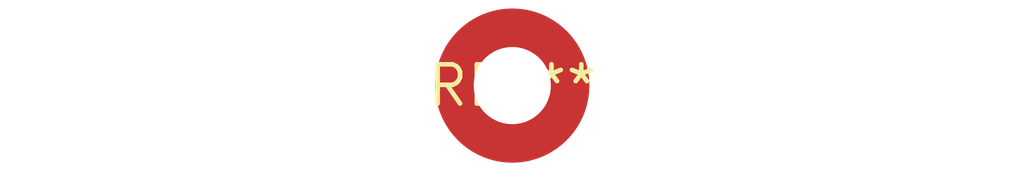
<source format=kicad_pcb>
(kicad_pcb (version 20240108) (generator pcbnew)
  (layers (0 "F.Cu" signal) (31 "B.Cu" signal) (34 "B.Paste" user) (35 "F.Paste" user) (36 "B.SilkS" user "B.Silkscreen") (37 "F.SilkS" user "F.Silkscreen") (38 "B.Mask" user) (39 "F.Mask" user) (44 "Edge.Cuts" user))
  (net 0 "")
  (footprint "MountingHole_2.5mm_Pad_TopOnly" (layer "F.Cu") (at 0 0)
    (property "Reference" "REF**")
    (property "Value" "MountingHole_2.5mm_Pad_TopOnly")
    (pad "1" thru_hole circle (at 0 0) (size 2.9 2.9) (drill 2.5) (layers *.Cu *.Mask) (remove_unused_layers))
    (pad "1" connect circle (at 0 0) (size 5 5) (layers "F.Cu" "F.Mask"))
  )
)
</source>
